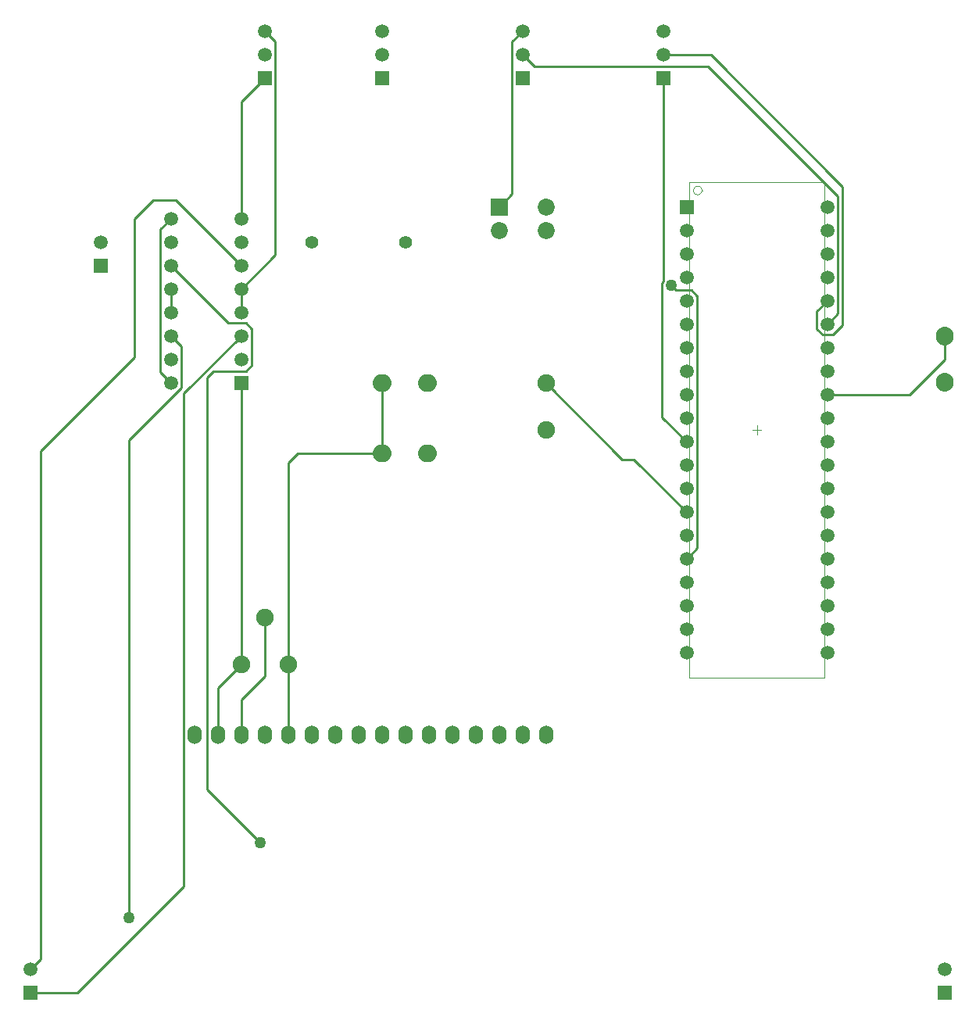
<source format=gtl>
%FSTAX23Y23*%
%MOIN*%
%SFA1B1*%

%IPPOS*%
%ADD14C,0.010000*%
%ADD16C,0.003940*%
%ADD30R,0.059060X0.059060*%
%ADD31C,0.059060*%
%ADD32R,0.059060X0.059060*%
%ADD33O,0.075000X0.080000*%
%ADD34O,0.060000X0.080000*%
%ADD35O,0.080000X0.075000*%
%ADD36C,0.075000*%
%ADD37C,0.059060*%
%ADD38R,0.059060X0.059060*%
%ADD39C,0.055120*%
%ADD40C,0.072840*%
%ADD41R,0.072840X0.072840*%
%ADD42C,0.050000*%
G54D14*
X062Y0415D02*
X06245Y04195D01*
Y04695*
X0569Y0525D02*
X06245Y04695D01*
X0495Y0525D02*
X0569D01*
X049Y053D02*
X0495Y0525D01*
X055Y053D02*
X05703D01*
X06265Y04738*
Y04147D02*
Y04738D01*
X06223Y04105D02*
X06265Y04147D01*
X0618Y04105D02*
X06223D01*
X06155Y0413D02*
X0618Y04105D01*
X06155Y0413D02*
Y04205D01*
X062Y0425*
X037Y024D02*
Y0255D01*
X038Y0265*
Y029*
X028Y013D02*
X03002D01*
X03455Y01753*
Y03855*
X037Y041*
X028Y014D02*
X02843Y01443D01*
Y03609*
X03245Y04011*
Y04599*
X03326Y0468*
X0342*
X037Y044*
X0322Y0162D02*
Y03655D01*
X03445Y0388*
Y04055*
X034Y041D02*
X03445Y04055D01*
X036Y024D02*
Y026D01*
X037Y027*
Y046D02*
Y051D01*
X038Y052*
X062Y0385D02*
X0655D01*
X067Y04*
Y041*
X05376Y03574D02*
X056Y0335D01*
X05326Y03574D02*
X05376D01*
X05Y039D02*
X05326Y03574D01*
X05495Y03754D02*
X056Y0365D01*
X05495Y03754D02*
Y04328D01*
X055Y04333*
Y052*
X056Y0315D02*
X05645Y03195D01*
Y04271*
X0562Y04296D02*
X05645Y04271D01*
X05555Y04296D02*
X0562D01*
X05536Y04315D02*
X05555Y04296D01*
X034Y044D02*
X03645Y04155D01*
X0372*
X03745Y0413*
Y03975D02*
Y0413D01*
X0372Y0395D02*
X03745Y03975D01*
X03582Y0395D02*
X0372D01*
X03555Y03923D02*
X03582Y0395D01*
X03555Y02165D02*
Y03923D01*
Y02165D02*
X0378Y0194D01*
X039Y027D02*
Y0356D01*
X0394Y036*
X043*
X04855Y05355D02*
X049Y054D01*
X04855Y04705D02*
Y05355D01*
X048Y0465D02*
X04855Y04705D01*
X038Y054D02*
X03845Y05355D01*
Y04445D02*
Y05355D01*
X037Y043D02*
X03845Y04445D01*
X03355Y04555D02*
X034Y046D01*
X03355Y03945D02*
Y04555D01*
Y03945D02*
X034Y039D01*
X039Y024D02*
Y027D01*
X043Y036D02*
Y039D01*
X034Y042D02*
Y043D01*
X037Y042D02*
Y043D01*
Y027D02*
Y039D01*
G54D16*
X05667Y04721D02*
D01*
D01*
G75*
G03X05628I-00019J0D01*
G74*G01*
D01*
G75*
G03X05667I00019J0D01*
G74*G01*
X05612Y02642D02*
Y04757D01*
X06187Y02642D02*
Y04757D01*
X05612D02*
X06187D01*
X05612Y02642D02*
X06187D01*
X0588Y037D02*
X05919D01*
X059Y0368D02*
Y03719D01*
G54D30*
X038Y052D03*
X043D03*
X049D03*
X055D03*
X028Y013D03*
X067D03*
X031Y044D03*
G54D31*
X038Y053D03*
Y054D03*
X043Y053D03*
Y054D03*
X049Y053D03*
Y054D03*
X055Y053D03*
Y054D03*
X056Y0455D03*
Y0445D03*
Y0435D03*
Y0425D03*
Y0415D03*
Y0405D03*
Y0395D03*
Y0385D03*
Y0375D03*
Y0365D03*
Y0355D03*
Y0345D03*
Y0335D03*
Y0325D03*
Y0315D03*
Y0305D03*
Y0295D03*
Y0285D03*
Y0275D03*
X062Y0465D03*
Y0455D03*
Y0445D03*
Y0435D03*
Y0425D03*
Y0415D03*
Y0405D03*
Y0395D03*
Y0385D03*
Y0375D03*
Y0365D03*
Y0355D03*
Y0345D03*
Y0335D03*
Y0325D03*
Y0315D03*
Y0305D03*
Y0295D03*
Y0285D03*
Y0275D03*
X028Y014D03*
X067D03*
X031Y045D03*
G54D32*
X056Y0465D03*
G54D33*
X067Y041D03*
Y03903D03*
G54D34*
X04Y024D03*
X041D03*
X042D03*
X039D03*
X036D03*
X037D03*
X038D03*
X043D03*
X048D03*
X049D03*
X05D03*
X047D03*
X044D03*
X045D03*
X046D03*
X035D03*
G54D35*
X043Y039D03*
X04496D03*
X043Y036D03*
X04496D03*
G54D36*
X05Y037D03*
Y039D03*
X039Y027D03*
X038Y029D03*
X037Y027D03*
G54D37*
X034Y046D03*
Y045D03*
Y044D03*
Y043D03*
Y042D03*
Y041D03*
Y04D03*
Y039D03*
X037Y046D03*
Y045D03*
Y044D03*
Y043D03*
Y042D03*
Y041D03*
Y04D03*
G54D38*
X037Y039D03*
G54D39*
X04Y045D03*
X044D03*
G54D40*
X048Y0455D03*
X05D03*
Y0465D03*
G54D41*
X048Y0465D03*
G54D42*
X0322Y0162D03*
X05536Y04315D03*
X0378Y0194D03*
M02*
</source>
